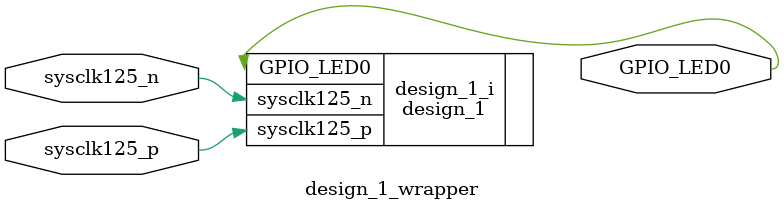
<source format=v>
`timescale 1 ps / 1 ps

module design_1_wrapper
   (GPIO_LED0,
    sysclk125_n,
    sysclk125_p);
  output GPIO_LED0;
  input sysclk125_n;
  input sysclk125_p;

  wire GPIO_LED0;
  wire sysclk125_n;
  wire sysclk125_p;

  design_1 design_1_i
       (.GPIO_LED0(GPIO_LED0),
        .sysclk125_n(sysclk125_n),
        .sysclk125_p(sysclk125_p));
endmodule

</source>
